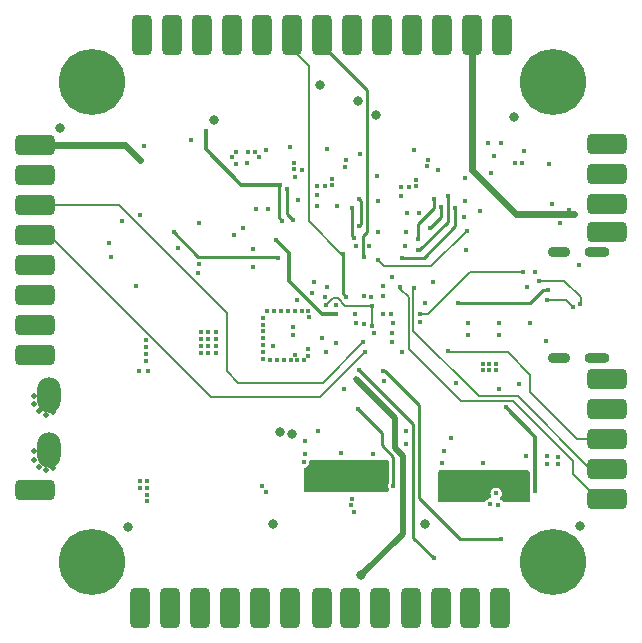
<source format=gbr>
%TF.GenerationSoftware,KiCad,Pcbnew,7.0.8*%
%TF.CreationDate,2024-02-20T09:26:03+00:00*%
%TF.ProjectId,CuttleBoard_8Layers,43757474-6c65-4426-9f61-72645f384c61,rev?*%
%TF.SameCoordinates,Original*%
%TF.FileFunction,Copper,L3,Inr*%
%TF.FilePolarity,Positive*%
%FSLAX46Y46*%
G04 Gerber Fmt 4.6, Leading zero omitted, Abs format (unit mm)*
G04 Created by KiCad (PCBNEW 7.0.8) date 2024-02-20 09:26:03*
%MOMM*%
%LPD*%
G01*
G04 APERTURE LIST*
G04 Aperture macros list*
%AMRoundRect*
0 Rectangle with rounded corners*
0 $1 Rounding radius*
0 $2 $3 $4 $5 $6 $7 $8 $9 X,Y pos of 4 corners*
0 Add a 4 corners polygon primitive as box body*
4,1,4,$2,$3,$4,$5,$6,$7,$8,$9,$2,$3,0*
0 Add four circle primitives for the rounded corners*
1,1,$1+$1,$2,$3*
1,1,$1+$1,$4,$5*
1,1,$1+$1,$6,$7*
1,1,$1+$1,$8,$9*
0 Add four rect primitives between the rounded corners*
20,1,$1+$1,$2,$3,$4,$5,0*
20,1,$1+$1,$4,$5,$6,$7,0*
20,1,$1+$1,$6,$7,$8,$9,0*
20,1,$1+$1,$8,$9,$2,$3,0*%
G04 Aperture macros list end*
%TA.AperFunction,CastellatedPad*%
%ADD10RoundRect,0.425000X-0.425000X-1.275000X0.425000X-1.275000X0.425000X1.275000X-0.425000X1.275000X0*%
%TD*%
%TA.AperFunction,CastellatedPad*%
%ADD11RoundRect,0.425000X0.425000X1.275000X-0.425000X1.275000X-0.425000X-1.275000X0.425000X-1.275000X0*%
%TD*%
%TA.AperFunction,ComponentPad*%
%ADD12C,5.600000*%
%TD*%
%TA.AperFunction,CastellatedPad*%
%ADD13RoundRect,0.425000X1.275000X-0.425000X1.275000X0.425000X-1.275000X0.425000X-1.275000X-0.425000X0*%
%TD*%
%TA.AperFunction,CastellatedPad*%
%ADD14RoundRect,0.425000X-1.275000X0.425000X-1.275000X-0.425000X1.275000X-0.425000X1.275000X0.425000X0*%
%TD*%
%TA.AperFunction,ComponentPad*%
%ADD15C,0.500000*%
%TD*%
%TA.AperFunction,ComponentPad*%
%ADD16O,2.000000X3.000000*%
%TD*%
%TA.AperFunction,ComponentPad*%
%ADD17O,2.108200X0.914400*%
%TD*%
%TA.AperFunction,ComponentPad*%
%ADD18O,1.905000X0.914400*%
%TD*%
%TA.AperFunction,ViaPad*%
%ADD19C,0.450000*%
%TD*%
%TA.AperFunction,ViaPad*%
%ADD20C,0.800000*%
%TD*%
%TA.AperFunction,Conductor*%
%ADD21C,0.250000*%
%TD*%
%TA.AperFunction,Conductor*%
%ADD22C,0.200000*%
%TD*%
%TA.AperFunction,Conductor*%
%ADD23C,0.150000*%
%TD*%
%TA.AperFunction,Conductor*%
%ADD24C,0.500000*%
%TD*%
%TA.AperFunction,Conductor*%
%ADD25C,0.300000*%
%TD*%
%TA.AperFunction,Conductor*%
%ADD26C,0.600000*%
%TD*%
G04 APERTURE END LIST*
D10*
%TO.N,+5V*%
%TO.C,5V*%
X135240000Y-74772600D03*
D11*
X135240000Y-74772800D03*
%TD*%
D12*
%TO.N,GND*%
%TO.C,H4*%
X142100000Y-78700000D03*
%TD*%
D10*
%TO.N,GND*%
%TO.C,GND*%
X127508000Y-123222100D03*
D11*
X127508000Y-123222300D03*
%TD*%
D13*
%TO.N,GND*%
%TO.C,TP28*%
X98289800Y-101840000D03*
D14*
X98290000Y-101840000D03*
%TD*%
D13*
%TO.N,GND*%
%TO.C,GND*%
X146699800Y-106380000D03*
D14*
X146700000Y-106380000D03*
%TD*%
D10*
%TO.N,+12V*%
%TO.C,12V*%
X107188000Y-123222100D03*
D11*
X107188000Y-123222300D03*
%TD*%
D10*
%TO.N,GND*%
%TO.C,GND*%
X109728000Y-123222100D03*
D11*
X109728000Y-123222300D03*
%TD*%
D10*
%TO.N,UART9_TX*%
%TO.C,TX*%
X124968000Y-123222100D03*
D11*
X124968000Y-123222300D03*
%TD*%
D10*
%TO.N,GND*%
%TO.C,GND*%
X114808000Y-123222100D03*
D11*
X114808000Y-123222300D03*
%TD*%
D13*
%TO.N,+5V*%
%TO.C,5V*%
X146699800Y-103840000D03*
D14*
X146700000Y-103840000D03*
%TD*%
D10*
%TO.N,+12V*%
%TO.C,12V*%
X107300000Y-74765500D03*
D11*
X107300000Y-74765700D03*
%TD*%
D10*
%TO.N,I2C1_SCL*%
%TO.C,SCL*%
X120000000Y-74778100D03*
D11*
X120000000Y-74778300D03*
%TD*%
D13*
%TO.N,SWDIO*%
%TO.C,CLK*%
X146702900Y-111460000D03*
D14*
X146703100Y-111460000D03*
%TD*%
D13*
%TO.N,GND*%
%TO.C,GND*%
X98289800Y-86600000D03*
D14*
X98290000Y-86600000D03*
%TD*%
D10*
%TO.N,GND*%
%TO.C,GND*%
X137780000Y-74782900D03*
D11*
X137780000Y-74783100D03*
%TD*%
D13*
%TO.N,SWDCLK*%
%TO.C,IO*%
X146700000Y-114000000D03*
D14*
X146700200Y-114000000D03*
%TD*%
D13*
%TO.N,I2C4_SCL*%
%TO.C,SCL*%
X98289800Y-96760000D03*
D14*
X98290000Y-96760000D03*
%TD*%
D15*
%TO.N,/Coil+*%
%TO.C,TP1*%
X99200000Y-111600000D03*
X99800000Y-111400000D03*
X98600000Y-111300000D03*
X98200000Y-110700000D03*
X98200000Y-110000000D03*
D16*
X99400000Y-109900000D03*
%TD*%
D10*
%TO.N,UART4_RX*%
%TO.C,RX*%
X127620000Y-74772600D03*
D11*
X127620000Y-74772800D03*
%TD*%
D13*
%TO.N,I2C4_SDA*%
%TO.C,SDA*%
X98289800Y-99300000D03*
D14*
X98290000Y-99300000D03*
%TD*%
D13*
%TO.N,UART7_RX*%
%TO.C,RX*%
X98289800Y-89140000D03*
D14*
X98290000Y-89140000D03*
%TD*%
D10*
%TO.N,UART3_TX*%
%TO.C,RX*%
X130050000Y-123220000D03*
D11*
X130050000Y-123220200D03*
%TD*%
D13*
%TO.N,NRST*%
%TO.C,NRST*%
X146699800Y-108920000D03*
D14*
X146700000Y-108920000D03*
%TD*%
D10*
%TO.N,GND*%
%TO.C,GND*%
X132700000Y-74772600D03*
D11*
X132700000Y-74772800D03*
%TD*%
D17*
%TO.N,N/C*%
%TO.C,J1*%
X145847200Y-93150000D03*
X145847200Y-102050000D03*
D18*
X142647199Y-93150000D03*
X142647199Y-102050000D03*
%TD*%
D13*
%TO.N,I2C3_SDA*%
%TO.C,SDA*%
X146706000Y-86495000D03*
D14*
X146706200Y-86495000D03*
%TD*%
D10*
%TO.N,+5V*%
%TO.C,5V*%
X137668000Y-123216400D03*
D11*
X137668000Y-123216600D03*
%TD*%
D12*
%TO.N,GND*%
%TO.C,H3*%
X103100000Y-78700000D03*
%TD*%
D15*
%TO.N,/BattPad-*%
%TO.C,TP2*%
X99200000Y-106900000D03*
X99800000Y-106700000D03*
X98600000Y-106600000D03*
X98200000Y-106000000D03*
X98200000Y-105300000D03*
D16*
X99400000Y-105200000D03*
%TD*%
D10*
%TO.N,GND*%
%TO.C,GND*%
X119888000Y-123222100D03*
D11*
X119888000Y-123222300D03*
%TD*%
D13*
%TO.N,GND*%
%TO.C,TP29*%
X98289800Y-94220000D03*
D14*
X98290000Y-94220000D03*
%TD*%
D10*
%TO.N,UART9_RX*%
%TO.C,RX*%
X122521800Y-123222100D03*
D11*
X122521800Y-123222300D03*
%TD*%
D13*
%TO.N,UART7_TX*%
%TO.C,TX*%
X98289800Y-91680000D03*
D14*
X98290000Y-91680000D03*
%TD*%
D10*
%TO.N,+3V3*%
%TO.C,3.3V*%
X117348000Y-123222100D03*
D11*
X117348000Y-123222300D03*
%TD*%
D10*
%TO.N,GND*%
%TO.C,GND*%
X125080000Y-74779300D03*
D11*
X125080000Y-74779500D03*
%TD*%
D12*
%TO.N,GND*%
%TO.C,H2*%
X103100000Y-119400000D03*
%TD*%
D13*
%TO.N,I2C3_SCL*%
%TO.C,SCL*%
X146706000Y-89035000D03*
D14*
X146706200Y-89035000D03*
%TD*%
%TO.N,GND*%
%TO.C,GND*%
X146710200Y-91440000D03*
D13*
X146710000Y-91440000D03*
%TD*%
D10*
%TO.N,GND*%
%TO.C,GND*%
X117460000Y-74771400D03*
D11*
X117460000Y-74771600D03*
%TD*%
D10*
%TO.N,I2C1_SDA*%
%TO.C,SDA*%
X122540000Y-74778100D03*
D11*
X122540000Y-74778300D03*
%TD*%
D10*
%TO.N,+3V3*%
%TO.C,3.3V*%
X112380000Y-74765500D03*
D11*
X112380000Y-74765700D03*
%TD*%
D10*
%TO.N,+3V3*%
%TO.C,3.3V*%
X114920000Y-74765500D03*
D11*
X114920000Y-74765700D03*
%TD*%
D13*
%TO.N,+3V3*%
%TO.C,3.3V*%
X98289800Y-84060000D03*
D14*
X98290000Y-84060000D03*
%TD*%
D10*
%TO.N,UART3_RX*%
%TO.C,TX*%
X132590000Y-123220000D03*
D11*
X132590000Y-123220200D03*
%TD*%
D13*
%TO.N,GND*%
%TO.C,GND*%
X98289800Y-113300000D03*
D14*
X98290000Y-113300000D03*
%TD*%
D13*
%TO.N,GND*%
%TO.C,GND*%
X146702900Y-83960000D03*
D14*
X146703100Y-83960000D03*
%TD*%
D10*
%TO.N,+3V3*%
%TO.C,3.3V*%
X112268000Y-123222100D03*
D11*
X112268000Y-123222300D03*
%TD*%
D10*
%TO.N,GND*%
%TO.C,GND*%
X135128000Y-123216400D03*
D11*
X135128000Y-123216600D03*
%TD*%
D12*
%TO.N,GND*%
%TO.C,H1*%
X142100000Y-119400000D03*
%TD*%
D10*
%TO.N,UART4_TX*%
%TO.C,TX*%
X130160000Y-74766700D03*
D11*
X130160000Y-74766900D03*
%TD*%
D10*
%TO.N,GND*%
%TO.C,GND*%
X109840000Y-74765500D03*
D11*
X109840000Y-74765700D03*
%TD*%
D19*
%TO.N,GND*%
X125225000Y-115100000D03*
X117000000Y-89450000D03*
X124160000Y-110150000D03*
X144300000Y-94250000D03*
X131278571Y-97424897D03*
X120500000Y-88700000D03*
X118152800Y-102300000D03*
X107105000Y-112490000D03*
X112925000Y-99925000D03*
X107105000Y-113070000D03*
X115250000Y-85675000D03*
X112925000Y-100505000D03*
X117575400Y-99840600D03*
X137300000Y-113550000D03*
X138900000Y-85600000D03*
X123830000Y-89200002D03*
X142550000Y-110450000D03*
X124550000Y-85350000D03*
X121480000Y-98590000D03*
X123000000Y-84400000D03*
X141600000Y-110400000D03*
X118732800Y-102300000D03*
X141600000Y-111025000D03*
X124475000Y-85900000D03*
X136800000Y-114450000D03*
X121052800Y-102300000D03*
X140600000Y-94800000D03*
X121900000Y-95650000D03*
X129650000Y-108250000D03*
X112300000Y-99925000D03*
X107730000Y-112490000D03*
X141500000Y-100650000D03*
X136900000Y-86400000D03*
X121000000Y-110900000D03*
X134900000Y-99100000D03*
X139700000Y-84600000D03*
X117575400Y-101000600D03*
X134900000Y-100100000D03*
X104492500Y-92350000D03*
X132750000Y-110950000D03*
X119672800Y-98120000D03*
X133475000Y-108900000D03*
X105600000Y-90450000D03*
X107730000Y-114230000D03*
X123725000Y-100800000D03*
X111500000Y-83650000D03*
X113550000Y-100505000D03*
X125100000Y-114000000D03*
X127280000Y-88760000D03*
X120100000Y-99500000D03*
X107730000Y-113070000D03*
X121075000Y-110200000D03*
X120200000Y-85600000D03*
X130350000Y-84500000D03*
X136200000Y-110970000D03*
X107625000Y-100600000D03*
X120900000Y-86150000D03*
X107625000Y-102340000D03*
X119892800Y-102300000D03*
X122100000Y-89200000D03*
X117575400Y-102160600D03*
X120250000Y-101825000D03*
X107625000Y-101760000D03*
X117930000Y-98120000D03*
X106792500Y-96025000D03*
X120200000Y-86100000D03*
X107850000Y-103225000D03*
X118000000Y-89450000D03*
X126105393Y-96808299D03*
X137500000Y-99100000D03*
X131980000Y-95650000D03*
X137450000Y-114500000D03*
X140200000Y-99150000D03*
X112300000Y-101665000D03*
X118510000Y-98120000D03*
X131475000Y-85875000D03*
X132340000Y-86190000D03*
X118380000Y-101100000D03*
X104717500Y-93550000D03*
X113550000Y-101665000D03*
X117575400Y-101580600D03*
X119312800Y-102300000D03*
X122250000Y-108249998D03*
X120252800Y-98120000D03*
X127280000Y-91460000D03*
X112150000Y-90700000D03*
X120300000Y-86800000D03*
X112300000Y-100505000D03*
X132850000Y-109950000D03*
X117800000Y-113400000D03*
X120832800Y-98120000D03*
X117575400Y-100420600D03*
X107025000Y-103225000D03*
X127175000Y-86650000D03*
X129640000Y-91450000D03*
X134540000Y-90160000D03*
X121412800Y-101330000D03*
X112925000Y-101085000D03*
X125025000Y-114525000D03*
X120472800Y-102300000D03*
X121412800Y-101910000D03*
X137700000Y-83900000D03*
X116750000Y-94350000D03*
X131550000Y-85325000D03*
X137500000Y-100100000D03*
X122820529Y-96910948D03*
X112093940Y-94859402D03*
X139850000Y-110370000D03*
X112300000Y-101085000D03*
X112925000Y-101665000D03*
X117500000Y-112900000D03*
X107730000Y-113650000D03*
X139900000Y-96100000D03*
X142550000Y-111025000D03*
X121075000Y-109150000D03*
X121340000Y-98140000D03*
X115300000Y-84624500D03*
X117840000Y-84500000D03*
X136600000Y-83900000D03*
X134719738Y-92919738D03*
X117575400Y-99260600D03*
X119090000Y-98120000D03*
X127740000Y-98400000D03*
X129725000Y-89775500D03*
X114900000Y-85100000D03*
X137100000Y-85000000D03*
X117580000Y-98680000D03*
X113550000Y-101085000D03*
X129650000Y-109400000D03*
X129570000Y-92640000D03*
X139500000Y-85600000D03*
X130750000Y-89775000D03*
X133860000Y-104230000D03*
X126900000Y-110200000D03*
X113550000Y-99925000D03*
X125400175Y-99149771D03*
X125800000Y-84799998D03*
X120100000Y-100100000D03*
X107625000Y-101180000D03*
X141800000Y-85700000D03*
%TO.N,Net-(U1-EN)*%
X133250000Y-113800000D03*
X139600000Y-112800000D03*
X133250000Y-112450000D03*
%TO.N,Net-(C11-Pad1)*%
X138100000Y-106270000D03*
X140610000Y-113375500D03*
%TO.N,Net-(U3-EN)*%
X121325000Y-112675000D03*
X121325000Y-112075000D03*
X127725000Y-112025000D03*
%TO.N,Net-(U2B-VFBSMPS)*%
X122921116Y-97616105D03*
X126806664Y-99361369D03*
X126750500Y-97709274D03*
X127745500Y-96818347D03*
%TO.N,+5V*%
X137580000Y-104730000D03*
X136730000Y-103130000D03*
X143850000Y-89900000D03*
X137250000Y-103140000D03*
X136200000Y-102600000D03*
X139200000Y-104300000D03*
X136200000Y-103100000D03*
X137290000Y-102630000D03*
X143437250Y-89524500D03*
X136710000Y-102600000D03*
%TO.N,USB_VBUS*%
X141721800Y-96342200D03*
X134080000Y-97450500D03*
%TO.N,Net-(U2B-VLXSMPS)*%
X123712659Y-97599874D03*
D20*
%TO.N,+12V*%
X118400000Y-116150000D03*
X100400000Y-82600000D03*
X106106119Y-116400000D03*
X131310979Y-116185577D03*
X118975000Y-108375000D03*
X119987500Y-108502500D03*
X127100000Y-81500000D03*
X138800000Y-81700000D03*
X144400000Y-116300000D03*
X113450000Y-81900000D03*
D19*
%TO.N,+3V3*%
X130500000Y-87500000D03*
X116260000Y-84670000D03*
X123400000Y-87425000D03*
X122579998Y-100390000D03*
X126747052Y-96908932D03*
X122875000Y-101550000D03*
D20*
X125900000Y-120500000D03*
D19*
X126122689Y-99217311D03*
X115865000Y-91100000D03*
X110350006Y-92800000D03*
X122987969Y-96065725D03*
X122125000Y-87525000D03*
X134674500Y-88790000D03*
X127800000Y-104000000D03*
X123400000Y-86950000D03*
X107163200Y-89986800D03*
X128418807Y-98324500D03*
X119850000Y-84250000D03*
X135900000Y-89675000D03*
X116900000Y-84624500D03*
X112100000Y-94150000D03*
X125425500Y-92600000D03*
X129230178Y-88344822D03*
X121724646Y-96595353D03*
X129225000Y-87600000D03*
X107475000Y-84150000D03*
X134650000Y-86825000D03*
X125336809Y-98399500D03*
X117181037Y-85054300D03*
X125400000Y-103900000D03*
X122100000Y-88275000D03*
X116200000Y-85545474D03*
X107150000Y-85350000D03*
X122800000Y-87525000D03*
X129900000Y-87600000D03*
X130500000Y-87025000D03*
X126570000Y-92590000D03*
%TO.N,/PA9_USB_VBUS_sense*%
X139600000Y-94850000D03*
X130824000Y-98393284D03*
%TO.N,I2C3_SCL*%
X142700000Y-90650000D03*
X130824000Y-99042787D03*
%TO.N,I2C3_SDA*%
X128597500Y-99140367D03*
X142030000Y-89039998D03*
D20*
%TO.N,I2C2_SCL*%
X125622300Y-80297700D03*
D19*
X137700000Y-117400000D03*
X127750000Y-103225000D03*
%TO.N,I2C2_SDA*%
X132000000Y-119000000D03*
X125700000Y-103100000D03*
D20*
X122400000Y-79000000D03*
D19*
%TO.N,/USB_D-*%
X141597878Y-97207878D03*
X143769700Y-97759537D03*
%TO.N,MOSI_GYRO*%
X119200000Y-90500000D03*
X112708833Y-82840000D03*
X125099994Y-89419994D03*
X125230000Y-91890000D03*
X132050000Y-88640000D03*
X119000000Y-87400000D03*
X130670002Y-91990000D03*
%TO.N,MISO_GYRO*%
X131721800Y-91071800D03*
X119600000Y-87800010D03*
X125709999Y-88629999D03*
X125725000Y-90900000D03*
X132600000Y-89297568D03*
X120100000Y-90400000D03*
%TO.N,I2C4_SCL*%
X115100000Y-91640000D03*
%TO.N,Net-(J1-CC2)*%
X144425908Y-97507134D03*
X140925000Y-95550000D03*
%TO.N,Net-(U2A-BOOT0)*%
X127300000Y-93800000D03*
X134800000Y-91300000D03*
%TO.N,I2C1_SCL*%
X124603751Y-96914109D03*
X124310000Y-93300000D03*
%TO.N,I2C1_SDA*%
X126100000Y-93550000D03*
%TO.N,I2C4_SDA*%
X116750000Y-92900000D03*
X123724749Y-98400239D03*
X118662500Y-92112500D03*
%TO.N,CS_FLASH*%
X118800000Y-93610000D03*
X110025000Y-91450000D03*
%TO.N,CS_IMU1*%
X133200000Y-88390000D03*
X130675490Y-92985000D03*
%TO.N,INT_IMU1*%
X129313373Y-93611612D03*
X133830000Y-89390000D03*
%TO.N,Net-(C50-Pad1)*%
X125600000Y-106400000D03*
X128600000Y-112900000D03*
%TO.N,SWDCLK*%
X129149439Y-96119439D03*
%TO.N,SWDIO*%
X130304694Y-96155313D03*
%TO.N,UART4_RX*%
X127705584Y-96018773D03*
%TO.N,UART4_TX*%
X128510000Y-95211188D03*
%TO.N,UART7_RX*%
X126068046Y-100743044D03*
%TO.N,UART7_TX*%
X126175012Y-101550000D03*
%TO.N,UART9_RX*%
X126925006Y-100000000D03*
%TO.N,UART9_TX*%
X128523080Y-99998080D03*
%TO.N,NRST*%
X133200000Y-101500000D03*
X120400000Y-97200000D03*
X124400000Y-104700500D03*
%TO.N,UART3_RX*%
X128444641Y-100695347D03*
%TO.N,UART3_TX*%
X129303041Y-101559405D03*
%TD*%
D21*
%TO.N,USB_VBUS*%
X134080500Y-97450000D02*
X140190000Y-97450000D01*
X140190000Y-97450000D02*
X141297800Y-96342200D01*
X134080000Y-97450500D02*
X134080500Y-97450000D01*
X141297800Y-96342200D02*
X141721800Y-96342200D01*
%TO.N,I2C1_SCL*%
X124603751Y-96914109D02*
X124310000Y-96620358D01*
X124310000Y-96620358D02*
X124310000Y-93300000D01*
D22*
%TO.N,/PA9_USB_VBUS_sense*%
X130824000Y-98393284D02*
X131556716Y-98393284D01*
X131556716Y-98393284D02*
X135100000Y-94850000D01*
X135100000Y-94850000D02*
X139600000Y-94850000D01*
D23*
%TO.N,Net-(U2B-VFBSMPS)*%
X126806664Y-99361369D02*
X126750500Y-99305205D01*
X126750500Y-99305205D02*
X126750500Y-97709274D01*
D22*
%TO.N,SWDCLK*%
X138735000Y-105745000D02*
X143790000Y-110800000D01*
X134337893Y-105745000D02*
X138735000Y-105745000D01*
X129149439Y-96119439D02*
X129149439Y-96209439D01*
X129149439Y-96209439D02*
X129899500Y-96959500D01*
X129899500Y-96959500D02*
X129899500Y-101306607D01*
X143790000Y-110800000D02*
X143790000Y-111890000D01*
X143790000Y-111890000D02*
X145900000Y-114000000D01*
X129899500Y-101306607D02*
X134337893Y-105745000D01*
D24*
%TO.N,+3V3*%
X125400000Y-103900000D02*
X128700000Y-107200000D01*
X128700000Y-109719239D02*
X129375000Y-110394239D01*
X128700000Y-107200000D02*
X128700000Y-109719239D01*
X129375000Y-110394239D02*
X129375000Y-117025000D01*
X129375000Y-117025000D02*
X125900000Y-120500000D01*
D21*
%TO.N,I2C2_SCL*%
X134200000Y-117400000D02*
X137700000Y-117400000D01*
X127750000Y-103225000D02*
X127925004Y-103225000D01*
X127925004Y-103225000D02*
X130750000Y-106049996D01*
X130750000Y-106049996D02*
X130750000Y-113950000D01*
X130750000Y-113950000D02*
X134200000Y-117400000D01*
D25*
%TO.N,Net-(C11-Pad1)*%
X138110000Y-106270000D02*
X138100000Y-106270000D01*
X140610000Y-113375500D02*
X140610000Y-108770000D01*
X140610000Y-108770000D02*
X138110000Y-106270000D01*
D22*
%TO.N,Net-(U2B-VFBSMPS)*%
X123159541Y-97365478D02*
X123499519Y-97025500D01*
X122921116Y-97616105D02*
X123159541Y-97377680D01*
X124540924Y-97650000D02*
X126691226Y-97650000D01*
X123499519Y-97025500D02*
X123916424Y-97025500D01*
X123159541Y-97377680D02*
X123159541Y-97365478D01*
X126691226Y-97650000D02*
X126750500Y-97709274D01*
X123916424Y-97025500D02*
X124540924Y-97650000D01*
D26*
%TO.N,+5V*%
X143850000Y-89900000D02*
X139000000Y-89900000D01*
X139000000Y-89900000D02*
X135240000Y-86140000D01*
X135240000Y-86140000D02*
X135240000Y-75572800D01*
%TO.N,+3V3*%
X105860000Y-84060000D02*
X99090000Y-84060000D01*
X107150000Y-85350000D02*
X105860000Y-84060000D01*
D21*
%TO.N,I2C2_SDA*%
X130300000Y-107700000D02*
X125700000Y-103100000D01*
X130300000Y-117300000D02*
X130300000Y-107700000D01*
X132000000Y-119000000D02*
X130300000Y-117300000D01*
D23*
%TO.N,/USB_D-*%
X141628178Y-97198341D02*
X143248341Y-97198341D01*
X143248341Y-97198341D02*
X143800000Y-97750000D01*
D25*
%TO.N,MOSI_GYRO*%
X112708833Y-84408833D02*
X115700000Y-87400000D01*
D21*
X118875000Y-90175000D02*
X119200000Y-90500000D01*
X132050000Y-89400000D02*
X130670002Y-90779998D01*
X119000000Y-87400000D02*
X118875000Y-87525000D01*
D25*
X115700000Y-87400000D02*
X119000000Y-87400000D01*
D21*
X118875000Y-87525000D02*
X118875000Y-90175000D01*
X125099994Y-91759994D02*
X125230000Y-91890000D01*
X125099994Y-89419994D02*
X125099994Y-91759994D01*
X132050000Y-88640000D02*
X132050000Y-89400000D01*
X130670002Y-90779998D02*
X130670002Y-91990000D01*
D25*
X112708833Y-82840000D02*
X112708833Y-84408833D01*
D21*
%TO.N,MISO_GYRO*%
X119600000Y-87800010D02*
X119600000Y-89900000D01*
X125709999Y-88629999D02*
X125850000Y-88770000D01*
X125850000Y-88770000D02*
X125850000Y-90775000D01*
X119600000Y-89900000D02*
X120100000Y-90400000D01*
X131721800Y-91071800D02*
X132600000Y-90193600D01*
X132600000Y-90193600D02*
X132600000Y-89297568D01*
X125850000Y-90775000D02*
X125725000Y-90900000D01*
D23*
%TO.N,Net-(J1-CC2)*%
X143055300Y-95540463D02*
X140955300Y-95540463D01*
X144456208Y-97497649D02*
X144456208Y-96941371D01*
X144456208Y-96941371D02*
X143055300Y-95540463D01*
D22*
%TO.N,Net-(U2A-BOOT0)*%
X131780000Y-94320000D02*
X134800000Y-91300000D01*
X127820000Y-94320000D02*
X131780000Y-94320000D01*
X127300000Y-93800000D02*
X127820000Y-94320000D01*
D23*
%TO.N,I2C1_SCL*%
X121425000Y-77375000D02*
X120000000Y-75950000D01*
X121425000Y-90525000D02*
X121425000Y-77375000D01*
X124310000Y-93300000D02*
X124200000Y-93300000D01*
X124200000Y-93300000D02*
X121425000Y-90525000D01*
D21*
%TO.N,I2C1_SDA*%
X126370000Y-79408300D02*
X123125000Y-76163300D01*
X126010000Y-93460000D02*
X126010000Y-91790000D01*
X126100000Y-93550000D02*
X126010000Y-93460000D01*
X126370000Y-91430000D02*
X126370000Y-79408300D01*
X126010000Y-91790000D02*
X126370000Y-91430000D01*
D25*
%TO.N,I2C4_SDA*%
X122594007Y-98400239D02*
X123724749Y-98400239D01*
X119780000Y-93230000D02*
X119780000Y-95586232D01*
X118662500Y-92112500D02*
X119780000Y-93230000D01*
X119780000Y-95586232D02*
X122594007Y-98400239D01*
D21*
%TO.N,CS_FLASH*%
X118800000Y-93610000D02*
X118690000Y-93500000D01*
X118690000Y-93500000D02*
X112075000Y-93500000D01*
X112075000Y-93500000D02*
X110025000Y-91450000D01*
%TO.N,CS_IMU1*%
X133200000Y-88390000D02*
X133200000Y-90552126D01*
X133200000Y-90552126D02*
X130767126Y-92985000D01*
X130767126Y-92985000D02*
X130675490Y-92985000D01*
%TO.N,INT_IMU1*%
X131163388Y-93611612D02*
X129313373Y-93611612D01*
X133830000Y-90945000D02*
X131163388Y-93611612D01*
X133830000Y-89390000D02*
X133830000Y-90945000D01*
%TO.N,Net-(C50-Pad1)*%
X128600000Y-112900000D02*
X128600000Y-110432411D01*
X127650000Y-109482411D02*
X127650000Y-108450000D01*
X128600000Y-110432411D02*
X127650000Y-109482411D01*
X127650000Y-108450000D02*
X125600000Y-106400000D01*
D22*
%TO.N,SWDIO*%
X130299500Y-99769500D02*
X130299500Y-96188670D01*
X135875000Y-105345000D02*
X130299500Y-99769500D01*
X145260000Y-111460000D02*
X139145000Y-105345000D01*
X139145000Y-105345000D02*
X135875000Y-105345000D01*
%TO.N,UART7_RX*%
X114500000Y-98300000D02*
X114500000Y-103200000D01*
X122641090Y-104170000D02*
X126068046Y-100743044D01*
X114500000Y-103200000D02*
X115470000Y-104170000D01*
X115470000Y-104170000D02*
X122641090Y-104170000D01*
X99090000Y-89140000D02*
X105340000Y-89140000D01*
X105340000Y-89140000D02*
X114500000Y-98300000D01*
%TO.N,UART7_TX*%
X113150000Y-105350000D02*
X122375012Y-105350000D01*
X97489800Y-91680000D02*
X99480000Y-91680000D01*
X122375012Y-105350000D02*
X126175012Y-101550000D01*
X99480000Y-91680000D02*
X113150000Y-105350000D01*
%TO.N,NRST*%
X133300000Y-101600000D02*
X138300000Y-101600000D01*
X140200000Y-105000000D02*
X140200000Y-103500000D01*
X133300000Y-101600000D02*
X133200000Y-101500000D01*
X145899800Y-108920000D02*
X144120000Y-108920000D01*
X140200000Y-103500000D02*
X138300000Y-101600000D01*
X144120000Y-108920000D02*
X140200000Y-105000000D01*
%TD*%
%TA.AperFunction,Conductor*%
%TO.N,Net-(U3-EN)*%
G36*
X128167395Y-110724781D02*
G01*
X128213223Y-110777522D01*
X128224500Y-110829189D01*
X128224500Y-112560991D01*
X128204815Y-112628030D01*
X128197240Y-112638149D01*
X128195871Y-112640280D01*
X128139069Y-112764657D01*
X128139068Y-112764662D01*
X128119610Y-112900000D01*
X128139068Y-113035337D01*
X128139070Y-113035345D01*
X128195867Y-113159714D01*
X128195869Y-113159716D01*
X128195870Y-113159718D01*
X128219713Y-113187235D01*
X128248738Y-113250790D01*
X128250000Y-113268437D01*
X128250000Y-113276256D01*
X128230315Y-113343295D01*
X128177511Y-113389050D01*
X128126257Y-113400256D01*
X121152099Y-113414715D01*
X121085019Y-113395169D01*
X121039155Y-113342460D01*
X121027842Y-113290715D01*
X121027842Y-111480224D01*
X121047527Y-111413185D01*
X121100331Y-111367430D01*
X121116908Y-111361247D01*
X121199558Y-111336979D01*
X121199559Y-111336979D01*
X121314586Y-111263057D01*
X121314586Y-111263056D01*
X121314589Y-111263055D01*
X121404130Y-111159718D01*
X121460931Y-111035342D01*
X121480390Y-110900000D01*
X121474039Y-110855830D01*
X121483982Y-110786675D01*
X121529737Y-110733870D01*
X121596600Y-110714186D01*
X128100331Y-110705190D01*
X128167395Y-110724781D01*
G37*
%TD.AperFunction*%
%TD*%
%TA.AperFunction,Conductor*%
%TO.N,Net-(U1-EN)*%
G36*
X140069057Y-111619685D02*
G01*
X140114812Y-111672489D01*
X140126018Y-111724000D01*
X140126018Y-114176000D01*
X140106333Y-114243039D01*
X140053529Y-114288794D01*
X140002018Y-114300000D01*
X137960217Y-114300000D01*
X137893178Y-114280315D01*
X137855898Y-114243034D01*
X137854126Y-114240276D01*
X137764590Y-114136946D01*
X137764586Y-114136942D01*
X137664018Y-114072313D01*
X137618262Y-114019510D01*
X137608318Y-113950351D01*
X137637340Y-113886797D01*
X137704130Y-113809718D01*
X137760931Y-113685342D01*
X137780390Y-113550000D01*
X137760931Y-113414658D01*
X137743048Y-113375500D01*
X137704132Y-113290285D01*
X137704127Y-113290278D01*
X137614590Y-113186946D01*
X137614586Y-113186942D01*
X137523736Y-113128558D01*
X137499561Y-113113022D01*
X137499560Y-113113021D01*
X137499559Y-113113021D01*
X137368368Y-113074500D01*
X137368367Y-113074500D01*
X137231633Y-113074500D01*
X137231632Y-113074500D01*
X137100440Y-113113021D01*
X136985413Y-113186942D01*
X136985409Y-113186946D01*
X136895872Y-113290278D01*
X136895867Y-113290285D01*
X136839070Y-113414654D01*
X136839068Y-113414662D01*
X136819610Y-113550000D01*
X136839068Y-113685337D01*
X136839069Y-113685342D01*
X136890970Y-113798988D01*
X136900914Y-113868147D01*
X136871889Y-113931703D01*
X136813111Y-113969477D01*
X136778176Y-113974500D01*
X136731632Y-113974500D01*
X136600440Y-114013021D01*
X136485413Y-114086942D01*
X136485409Y-114086946D01*
X136395872Y-114190278D01*
X136395870Y-114190281D01*
X136378867Y-114227513D01*
X136333111Y-114280316D01*
X136266073Y-114300000D01*
X132525018Y-114300000D01*
X132457979Y-114280315D01*
X132412224Y-114227511D01*
X132401018Y-114176000D01*
X132401018Y-111724000D01*
X132420703Y-111656961D01*
X132473507Y-111611206D01*
X132525018Y-111600000D01*
X140002018Y-111600000D01*
X140069057Y-111619685D01*
G37*
%TD.AperFunction*%
%TD*%
M02*

</source>
